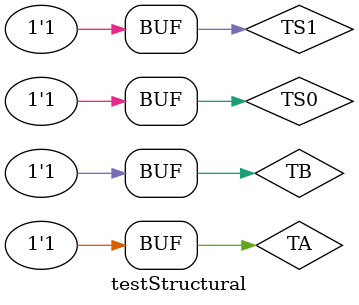
<source format=v>
	





module FA(a,b,Cin,sum,Cout);
		input a,b,Cin;
		output sum,Cout ;
		xor(sum,a,b) ;
		and(Cout,a,b);
		
	
	endmodule 
	
	
	
	//////////////
	
	
	module cmpG(f,a,b);
		
		input a , b ; 
output reg f ; 

always @(a,b)
	begin
		f = 0;
		if (a > b)
			f = 1;
	end

endmodule
	
	
	//////////////////////////////////////
	
	module mux4to1 (w0, w1, w2, w3, s0,s1, f);	
		
	input w0, w1, w2, w3,s0,s1;
	
	output f;

	assign f = s1 ? (s0 ? w3 : w2) : (s0 ? w1 : w0);
		
	endmodule	
	
	
	
	
	
	
	
	module circit_behavioral(A,B,S0,S1,sum,cout);
	 input A,B,S0,S1;
	 output sum,cout;	 
	 
     assign sum = (B & S0 & S1) | (A & S0 & S1) | (A & B & S0) | (~A & B & ~S0 & ~S1) | (A & ~B & ~S0 & ~S1) ;
	 assign cout = (A & ~B & ~S0 & S1) | (A & B & ~S0 & ~S1) ;
endmodule  







module testBehavioral ; 
	reg TA , TB , TS0 , TS1 ; 
	wire TSUM , TCOUT ; 
	circit_behavioral f(TA , TB , TS0 , TS1 ,TSUM , TCOUT  )	; 
	initial
	begin 	 
		 $monitor("Time %0d  A=%b B=%b S0=%b S1=%b SUM =%b Cout=%b",$time,TA,TB,TS0,TS1,TSUM,TCOUT);	  
	  	  
		{TA,TB,TS0,TS1} = 4'b0000;	
			repeat(15)
			#10ns {TA,TB,TS0,TS1} = {TA,TB,TS0,TS1} + 4'b0001;  
	end 
endmodule							


	module all_circuit(a,b,s0,s1,sum,Cout);
		input a,b ;  
		input s0,s1; 
		 
		output sum,Cout;
		wire w0,w1,w2,w3,w4 ;
		FA fa(a,b,0,w0,w1) ;
		cmpG c(w2,a,b);
		and(w3,a,b);
		or(w4,a,b);
		mux4to1 m1(w0,0,w3,w4,s0,s1,sum);
		mux4to1 m2(w1,w2,0,0,s0,s1,Cout);
		
	endmodule	 

module testStructural  ;
	reg TA , TB , TS0 , TS1 ; 
	wire TSUM , TCOUT ; 
	all_circuit d(TA , TB , TS0 , TS1 ,TSUM , TCOUT  )	; 
	initial
	begin 			
		 $monitor("Time %0d  A=%b B=%b S0=%b S1=%b SUM=%b Cout=%b",$time,TA,TB,TS0,TS1,TSUM,TCOUT);	
		{TA,TB,TS0,TS1} = 4'b0000;	
			repeat(15)
			#10ns {TA,TB,TS0,TS1} = {TA,TB,TS0,TS1} + 4'b0001;  
	end  
endmodule 
</source>
